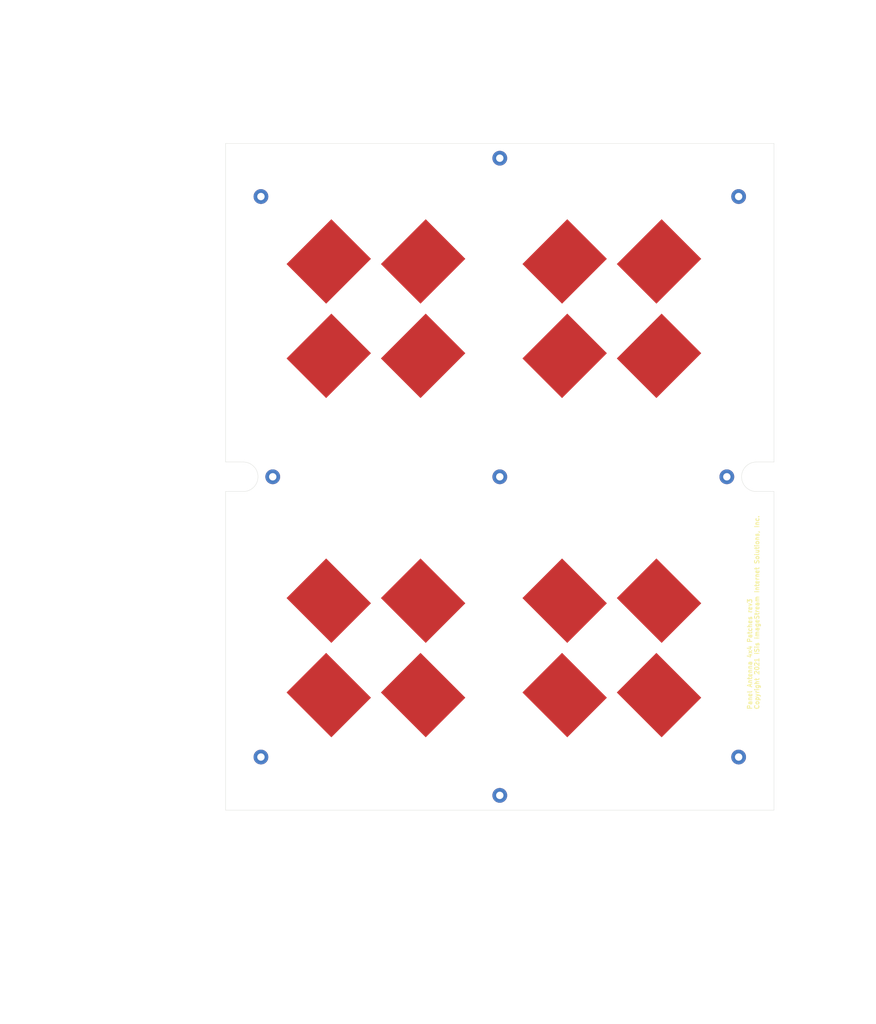
<source format=kicad_pcb>
(kicad_pcb (version 20210126) (generator pcbnew)
  (layers (0 "F.Cu" signal) (31 "B.Cu" signal) (34 "B.Paste" user) (35 "F.Paste" user) (36 "B.SilkS" user "B.Silkscreen") (37 "F.SilkS" user "F.Silkscreen") (38 "B.Mask" user) (39 "F.Mask" user) (44 "Edge.Cuts" user))
  (net 0 "")
  (footprint "Scott-RF-JLCPCB-600um7628-2layer:Patch_5.5_Linear_ApertureCoupled" (layer "F.Cu") (at 115 187 -135)
    (fp_text reference "REF**" hide)
    (fp_text value "Patch_5.5_Linear_ApertureCoupled" hide)
    (fp_rect (start -9.5 -10.75) (end 9.5 10.75) (layer "F.Cu") (width 0.0001) (fill solid))
  )
  (footprint "MountingHole:MountingHole_2.5mm_Pad_TopBottom" (layer "F.Cu") (at 93 5)
    (fp_text reference "H10" hide)
    (fp_text value "Mounting Hole")
    (pad "1" connect circle (at 0 0) (size 5 5) (layers "B.Cu" "B.Mask"))
    (pad "1" thru_hole circle (at 0 0) (size 2.9 2.9) (drill 2.5) (layers *.Cu *.Mask))
    (pad "1" connect circle (at 0 0) (size 5 5) (layers "F.Cu" "F.Mask"))
  )
  (footprint "Scott-RF-JLCPCB-600um7628-2layer:Patch_5.5_Linear_ApertureCoupled" (layer "F.Cu") (at 115 155 -135)
    (fp_text reference "REF**" hide)
    (fp_text value "Patch_5.5_Linear_ApertureCoupled" hide)
    (fp_rect (start -9.5 -10.75) (end 9.5 10.75) (layer "F.Cu") (width 0.0001) (fill solid))
  )
  (footprint "MountingHole:MountingHole_2.5mm_Pad_TopBottom" (layer "F.Cu") (at 170 113)
    (fp_text reference "H12" hide)
    (fp_text value "Mounting Hole")
    (pad "1" thru_hole circle (at 0 0) (size 2.9 2.9) (drill 2.5) (layers *.Cu *.Mask))
    (pad "1" connect circle (at 0 0) (size 5 5) (layers "F.Cu" "F.Mask"))
    (pad "1" connect circle (at 0 0) (size 5 5) (layers "B.Cu" "B.Mask"))
  )
  (footprint "Scott-RF-JLCPCB-600um7628-2layer:Patch_5.5_Linear_ApertureCoupled" (layer "F.Cu") (at 67 72 135)
    (fp_text reference "REF**" hide)
    (fp_text value "Patch_5.5_Linear_ApertureCoupled" hide)
    (fp_rect (start -9.5 -10.75) (end 9.5 10.75) (layer "F.Cu") (width 0.0001) (fill solid))
  )
  (footprint "Scott-RF-JLCPCB-600um7628-2layer:Patch_5.5_Linear_ApertureCoupled" (layer "F.Cu") (at 35 72 135)
    (fp_text reference "REF**" hide)
    (fp_text value "Patch_5.5_Linear_ApertureCoupled" hide)
    (fp_rect (start -9.5 -10.75) (end 9.5 10.75) (layer "F.Cu") (width 0.0001) (fill solid))
  )
  (footprint "Scott-RF-JLCPCB-600um7628-2layer:Patch_5.5_Linear_ApertureCoupled" (layer "F.Cu") (at 35 40 135)
    (fp_text reference "REF**" hide)
    (fp_text value "Patch_5.5_Linear_ApertureCoupled" hide)
    (fp_rect (start -9.5 -10.75) (end 9.5 10.75) (layer "F.Cu") (width 0.0001) (fill solid))
  )
  (footprint "Scott-RF-JLCPCB-600um7628-2layer:Patch_5.5_Linear_ApertureCoupled" (layer "F.Cu") (at 147 72 135)
    (fp_text reference "REF**" hide)
    (fp_text value "Patch_5.5_Linear_ApertureCoupled" hide)
    (fp_rect (start -9.5 -10.75) (end 9.5 10.75) (layer "F.Cu") (width 0.0001) (fill solid))
  )
  (footprint "Scott-RF-JLCPCB-600um7628-2layer:Patch_5.5_Linear_ApertureCoupled" (layer "F.Cu") (at 67 155 -135)
    (fp_text reference "REF**" hide)
    (fp_text value "Patch_5.5_Linear_ApertureCoupled" hide)
    (fp_rect (start -9.5 -10.75) (end 9.5 10.75) (layer "F.Cu") (width 0.0001) (fill solid))
  )
  (footprint "MountingHole:MountingHole_2.5mm_Pad_TopBottom" (layer "F.Cu") (at 93 113)
    (fp_text reference "H11" hide)
    (fp_text value "Mounting Hole")
    (pad "1" thru_hole circle (at 0 0) (size 2.9 2.9) (drill 2.5) (layers *.Cu *.Mask))
    (pad "1" connect circle (at 0 0) (size 5 5) (layers "B.Cu" "B.Mask"))
    (pad "1" connect circle (at 0 0) (size 5 5) (layers "F.Cu" "F.Mask"))
  )
  (footprint "Scott-RF-JLCPCB-600um7628-2layer:Patch_5.5_Linear_ApertureCoupled" (layer "F.Cu") (at 67 40 135)
    (fp_text reference "REF**" hide)
    (fp_text value "Patch_5.5_Linear_ApertureCoupled" hide)
    (fp_rect (start -9.5 -10.75) (end 9.5 10.75) (layer "F.Cu") (width 0.0001) (fill solid))
  )
  (footprint "MountingHole:MountingHole_2.5mm_Pad_TopBottom" (layer "F.Cu") (at 174 208 90)
    (fp_text reference "H4" hide)
    (fp_text value "Mounting Hole")
    (pad "1" connect circle (at 0 0 90) (size 5 5) (layers "B.Cu" "B.Mask"))
    (pad "1" thru_hole circle (at 0 0 90) (size 2.9 2.9) (drill 2.5) (layers *.Cu *.Mask))
    (pad "1" connect circle (at 0 0 90) (size 5 5) (layers "F.Cu" "F.Mask"))
  )
  (footprint "Scott-RF-JLCPCB-600um7628-2layer:Patch_5.5_Linear_ApertureCoupled" (layer "F.Cu") (at 67 187 -135)
    (fp_text reference "REF**" hide)
    (fp_text value "Patch_5.5_Linear_ApertureCoupled" hide)
    (fp_rect (start -9.5 -10.75) (end 9.5 10.75) (layer "F.Cu") (width 0.0001) (fill solid))
  )
  (footprint "Scott-RF-JLCPCB-600um7628-2layer:Patch_5.5_Linear_ApertureCoupled" (layer "F.Cu") (at 147 187 -135)
    (fp_text reference "REF**" hide)
    (fp_text value "Patch_5.5_Linear_ApertureCoupled" hide)
    (fp_rect (start -9.5 -10.75) (end 9.5 10.75) (layer "F.Cu") (width 0.0001) (fill solid))
  )
  (footprint "Scott-RF-JLCPCB-600um7628-2layer:Patch_5.5_Linear_ApertureCoupled" (layer "F.Cu") (at 35 155 -135)
    (fp_text reference "REF**" hide)
    (fp_text value "Patch_5.5_Linear_ApertureCoupled" hide)
    (fp_rect (start -9.5 -10.75) (end 9.5 10.75) (layer "F.Cu") (width 0.0001) (fill solid))
  )
  (footprint "Scott-RF-JLCPCB-600um7628-2layer:Patch_5.5_Linear_ApertureCoupled" (layer "F.Cu") (at 115 72 135)
    (fp_text reference "REF**" hide)
    (fp_text value "Patch_5.5_Linear_ApertureCoupled" hide)
    (fp_rect (start -9.5 -10.75) (end 9.5 10.75) (layer "F.Cu") (width 0.0001) (fill solid))
  )
  (footprint "Scott-RF-JLCPCB-600um7628-2layer:Patch_5.5_Linear_ApertureCoupled" (layer "F.Cu") (at 147 40 135)
    (fp_text reference "REF**" hide)
    (fp_text value "Patch_5.5_Linear_ApertureCoupled" hide)
    (fp_rect (start -9.5 -10.75) (end 9.5 10.75) (layer "F.Cu") (width 0.0001) (fill solid))
  )
  (footprint "Scott-RF-JLCPCB-600um7628-2layer:Patch_5.5_Linear_ApertureCoupled" (layer "F.Cu") (at 115 40 135)
    (fp_text reference "REF**" hide)
    (fp_text value "Patch_5.5_Linear_ApertureCoupled" hide)
    (fp_rect (start -9.5 -10.75) (end 9.5 10.75) (layer "F.Cu") (width 0.0001) (fill solid))
  )
  (footprint "MountingHole:MountingHole_2.5mm_Pad_TopBottom" (layer "F.Cu") (at 93 221)
    (fp_text reference "H9" hide)
    (fp_text value "Mounting Hole")
    (pad "1" connect circle (at 0 0) (size 5 5) (layers "B.Cu" "B.Mask"))
    (pad "1" thru_hole circle (at 0 0) (size 2.9 2.9) (drill 2.5) (layers *.Cu *.Mask))
    (pad "1" connect circle (at 0 0) (size 5 5) (layers "F.Cu" "F.Mask"))
  )
  (footprint "Scott-RF-JLCPCB-600um7628-2layer:Patch_5.5_Linear_ApertureCoupled" (layer "F.Cu") (at 35 187 -135)
    (fp_text reference "REF**" hide)
    (fp_text value "Patch_5.5_Linear_ApertureCoupled" hide)
    (fp_rect (start -9.5 -10.75) (end 9.5 10.75) (layer "F.Cu") (width 0.0001) (fill solid))
  )
  (footprint "MountingHole:MountingHole_2.5mm_Pad_TopBottom" (layer "F.Cu") (at 174 18)
    (fp_text reference "H2" hide)
    (fp_text value "Mounting Hole")
    (pad "1" connect circle (at 0 0) (size 5 5) (layers "B.Cu" "B.Mask"))
    (pad "1" thru_hole circle (at 0 0) (size 2.9 2.9) (drill 2.5) (layers *.Cu *.Mask))
    (pad "1" connect circle (at 0 0) (size 5 5) (layers "F.Cu" "F.Mask"))
  )
  (footprint "MountingHole:MountingHole_2.5mm_Pad_TopBottom" (layer "F.Cu") (at 12 208)
    (fp_text reference "H3" hide)
    (fp_text value "Mounting Hole")
    (pad "1" connect circle (at 0 0) (size 5 5) (layers "F.Cu" "F.Mask"))
    (pad "1" connect circle (at 0 0) (size 5 5) (layers "B.Cu" "B.Mask"))
    (pad "1" thru_hole circle (at 0 0) (size 2.9 2.9) (drill 2.5) (layers *.Cu *.Mask))
  )
  (footprint "Scott-RF-JLCPCB-600um7628-2layer:Patch_5.5_Linear_ApertureCoupled" (layer "F.Cu") (at 147 155 -135)
    (fp_text reference "REF**" hide)
    (fp_text value "Patch_5.5_Linear_ApertureCoupled" hide)
    (fp_rect (start -9.5 -10.75) (end 9.5 10.75) (layer "F.Cu") (width 0.0001) (fill solid))
  )
  (footprint "MountingHole:MountingHole_2.5mm_Pad_TopBottom" (layer "F.Cu") (at 12 18)
    (fp_text reference "H1" hide)
    (fp_text value "Mounting Hole")
    (pad "1" connect circle (at 0 0) (size 5 5) (layers "F.Cu" "F.Mask"))
    (pad "1" thru_hole circle (at 0 0) (size 2.9 2.9) (drill 2.5) (layers *.Cu *.Mask))
    (pad "1" connect circle (at 0 0) (size 5 5) (layers "B.Cu" "B.Mask"))
  )
  (footprint "MountingHole:MountingHole_2.5mm_Pad_TopBottom" (layer "F.Cu") (at 16 113)
    (fp_text reference "H11" hide)
    (fp_text value "Mounting Hole")
    (pad "1" connect circle (at 0 0) (size 5 5) (layers "B.Cu" "B.Mask"))
    (pad "1" connect circle (at 0 0) (size 5 5) (layers "F.Cu" "F.Mask"))
    (pad "1" thru_hole circle (at 0 0) (size 2.9 2.9) (drill 2.5) (layers *.Cu *.Mask))
  )
  (gr_line (start 6 118) (end 0 118) (layer "Edge.Cuts") (width 0.1))
  (gr_line (start 186 118) (end 186 226) (layer "Edge.Cuts") (width 0.1))
  (gr_line (start 180 108) (end 186 108) (layer "Edge.Cuts") (width 0.1))
  (gr_line (start 0 0) (end 186 0) (layer "Edge.Cuts") (width 0.1))
  (gr_arc (start 6 113) (end 6 118) (angle -180) (layer "Edge.Cuts") (width 0.1))
  (gr_line (start 0 226) (end 0 118) (layer "Edge.Cuts") (width 0.1))
  (gr_arc (start 180 113) (end 180 108) (angle -180) (layer "Edge.Cuts") (width 0.1))
  (gr_line (start 180 118) (end 186 118) (layer "Edge.Cuts") (width 0.1))
  (gr_line (start 0 108) (end 0 0) (layer "Edge.Cuts") (width 0.1))
  (gr_line (start 0 226) (end 186 226) (layer "Edge.Cuts") (width 0.1))
  (gr_line (start 6 108) (end 0 108) (layer "Edge.Cuts") (width 0.1))
  (gr_line (start 186 0) (end 186 108) (layer "Edge.Cuts") (width 0.1))
  (gr_text "Panel Antenna 4x4 Patches rev3\nCopyright 2021 ISis ImageStream Internet Solutions, Inc." (at 179 192 90) (layer "F.SilkS") (effects (font (size 1.5 1.5) (thickness 0.3)) (justify left)))
)
</source>
